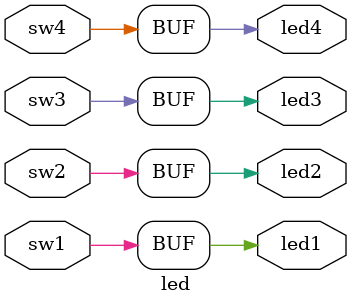
<source format=v>
`timescale 1ns / 1ps
module led(
		input sw1,
		input sw2,
		input sw3,
		input sw4,
		output led1,
		output led2,
		output led3,
		output led4
    );
 
	assign led1 = sw1;
	assign led2 = sw2;
	assign led3 = sw3;
	assign led4 = sw4;
	
endmodule

</source>
